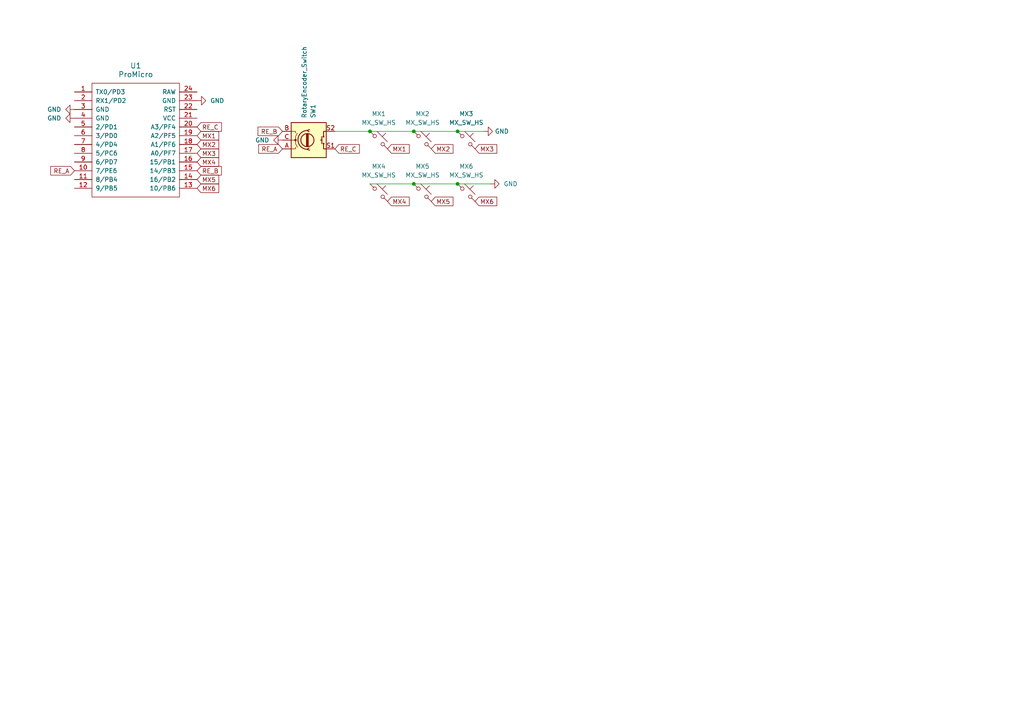
<source format=kicad_sch>
(kicad_sch (version 20230121) (generator eeschema)
  (paper "A4")
  (lib_symbols
    (symbol "Device:RotaryEncoder_Switch" (pin_names (offset 0.254) hide)
      (property "Reference" "SW" (at 0 6.604 0))
      (property "Value" "RotaryEncoder_Switch" (at 0 -6.604 0))
      (symbol "RotaryEncoder_Switch_0_1"
        (rectangle (start -5.08 5.08) (end 5.08 -5.08) (stroke (width 0.254)) (fill (type background)))
        (circle (center -3.81 0) (radius 0.254) (fill (type outline)))
        (circle (center -0.381 0) (radius 1.905) (stroke (width 0.254)))
        (arc (start -0.381 2.667) (mid -3.0988 -0.0635) (end -0.381 -2.794) (stroke (width 0.254)))
        (polyline (pts (xy -0.635 -1.778) (xy -0.635 1.778)) (stroke (width 0.254)))
        (polyline (pts (xy -0.381 -1.778) (xy -0.381 1.778)) (stroke (width 0.254)))
        (polyline (pts (xy -0.127 1.778) (xy -0.127 -1.778)) (stroke (width 0.254)))
        (polyline (pts (xy 3.81 0) (xy 3.429 0)) (stroke (width 0.254)))
        (polyline (pts (xy 3.81 1.016) (xy 3.81 -1.016)) (stroke (width 0.254)))
        (polyline (pts (xy -5.08 -2.54) (xy -3.81 -2.54) (xy -3.81 -2.032)))
        (polyline (pts (xy -5.08 2.54) (xy -3.81 2.54) (xy -3.81 2.032)))
        (polyline (pts (xy 0.254 -3.048) (xy -0.508 -2.794) (xy 0.127 -2.413)) (stroke (width 0.254)))
        (polyline (pts (xy 0.254 2.921) (xy -0.508 2.667) (xy 0.127 2.286)) (stroke (width 0.254)))
        (polyline (pts (xy 5.08 -2.54) (xy 4.318 -2.54) (xy 4.318 -1.016)) (stroke (width 0.254)))
        (polyline (pts (xy 5.08 2.54) (xy 4.318 2.54) (xy 4.318 1.016)) (stroke (width 0.254)))
        (polyline (pts (xy -5.08 0) (xy -3.81 0) (xy -3.81 -1.016) (xy -3.302 -2.032)))
        (polyline (pts (xy -4.318 0) (xy -3.81 0) (xy -3.81 1.016) (xy -3.302 2.032)))
        (circle (center 4.318 -1.016) (radius 0.127) (stroke (width 0.254)))
        (circle (center 4.318 1.016) (radius 0.127) (stroke (width 0.254)))
      )
      (symbol "RotaryEncoder_Switch_1_1"
        (pin passive line (at -7.62 2.54 0) (length 2.54) (name "A") (number "A"))
        (pin passive line (at -7.62 -2.54 0) (length 2.54) (name "B") (number "B"))
        (pin passive line (at -7.62 0 0) (length 2.54) (name "C") (number "C"))
        (pin passive line (at 7.62 2.54 180) (length 2.54) (name "S1") (number "S1"))
        (pin passive line (at 7.62 -2.54 180) (length 2.54) (name "S2") (number "S2"))
      )
    )
    (symbol "PCM_marbastlib-mx:MX_SW_HS" (pin_numbers hide) (pin_names (offset 1.016) hide)
      (property "Reference" "MX" (at 3.048 1.016 0))
      (property "Value" "MX_SW_HS" (at 0 -3.81 0))
      (symbol "MX_SW_HS_0_1"
        (circle (center -1.1684 1.1684) (radius 0.508))
        (polyline (pts (xy -0.508 2.54) (xy 2.54 -0.508)))
        (polyline (pts (xy 1.016 1.016) (xy 2.032 2.032)))
        (polyline (pts (xy -2.54 2.54) (xy -1.524 1.524) (xy -1.524 1.524)))
        (polyline (pts (xy 1.524 -1.524) (xy 2.54 -2.54) (xy 2.54 -2.54) (xy 2.54 -2.54)))
        (circle (center 1.143 -1.1938) (radius 0.508))
        (pin passive line (at -2.54 2.54 0) (length 0) (name "1") (number "1"))
        (pin passive line (at 2.54 -2.54 180) (length 0) (name "2") (number "2"))
      )
    )
    (symbol "keebio:ProMicro" (pin_names (offset 1.016))
      (property "Reference" "U" (at 0 0 0))
      (property "Value" "ProMicro" (at 0 -19.05 0))
      (symbol "ProMicro_0_1"
        (rectangle (start -12.7 -16.51) (end 12.7 16.51))
      )
      (symbol "ProMicro_1_1"
        (pin input line (at -17.78 13.97 0) (length 5.08) (name "TX0/PD3") (number "1"))
        (pin input line (at -17.78 -8.89 0) (length 5.08) (name "7/PE6") (number "10"))
        (pin input line (at -17.78 -11.43 0) (length 5.08) (name "8/PB4") (number "11"))
        (pin input line (at -17.78 -13.97 0) (length 5.08) (name "9/PB5") (number "12"))
        (pin input line (at 17.78 -13.97 180) (length 5.08) (name "10/PB6") (number "13"))
        (pin input line (at 17.78 -11.43 180) (length 5.08) (name "16/PB2") (number "14"))
        (pin input line (at 17.78 -8.89 180) (length 5.08) (name "14/PB3") (number "15"))
        (pin input line (at 17.78 -6.35 180) (length 5.08) (name "15/PB1") (number "16"))
        (pin input line (at 17.78 -3.81 180) (length 5.08) (name "A0/PF7") (number "17"))
        (pin input line (at 17.78 -1.27 180) (length 5.08) (name "A1/PF6") (number "18"))
        (pin input line (at 17.78 1.27 180) (length 5.08) (name "A2/PF5") (number "19"))
        (pin input line (at -17.78 11.43 0) (length 5.08) (name "RX1/PD2") (number "2"))
        (pin input line (at 17.78 3.81 180) (length 5.08) (name "A3/PF4") (number "20"))
        (pin input line (at 17.78 6.35 180) (length 5.08) (name "VCC") (number "21"))
        (pin input line (at 17.78 8.89 180) (length 5.08) (name "RST") (number "22"))
        (pin input line (at 17.78 11.43 180) (length 5.08) (name "GND") (number "23"))
        (pin input line (at 17.78 13.97 180) (length 5.08) (name "RAW") (number "24"))
        (pin input line (at -17.78 8.89 0) (length 5.08) (name "GND") (number "3"))
        (pin input line (at -17.78 6.35 0) (length 5.08) (name "GND") (number "4"))
        (pin input line (at -17.78 3.81 0) (length 5.08) (name "2/PD1") (number "5"))
        (pin input line (at -17.78 1.27 0) (length 5.08) (name "3/PD0") (number "6"))
        (pin input line (at -17.78 -1.27 0) (length 5.08) (name "4/PD4") (number "7"))
        (pin input line (at -17.78 -3.81 0) (length 5.08) (name "5/PC6") (number "8"))
        (pin input line (at -17.78 -6.35 0) (length 5.08) (name "6/PD7") (number "9"))
      )
    )
    (symbol "power:GND" (power) (pin_names (offset 0))
      (property "Value" "GND" (at 0 -3.81 0))
      (symbol "GND_0_1"
        (polyline (pts (xy 0 0) (xy 0 -1.27) (xy 1.27 -1.27) (xy 0 -2.54) (xy -1.27 -1.27) (xy 0 -1.27)))
      )
      (symbol "GND_1_1"
        (pin power_in line (at 0 0 270) (length 0) hide (name "GND") (number "1"))
      )
    )
  )
  (junction (at 132.715 38.1))
  (junction (at 120.015 53.34))
  (junction (at 132.715 53.34))
  (junction (at 107.315 38.1))
  (junction (at 120.015 38.1))
  (wire (pts (xy 120.015 53.34) (xy 132.715 53.34)))
  (wire (pts (xy 97.155 38.1) (xy 107.315 38.1)))
  (wire (pts (xy 107.315 38.1) (xy 120.015 38.1)))
  (wire (pts (xy 120.015 38.1) (xy 132.715 38.1)))
  (wire (pts (xy 107.315 53.34) (xy 120.015 53.34)))
  (wire (pts (xy 132.715 38.1) (xy 140.335 38.1)))
  (wire (pts (xy 132.715 53.34) (xy 142.24 53.34)))
  (global_label "RE_C" (shape input) (at 97.155 43.18 0) (property "Intersheetrefs" "${INTERSHEET_REFS}" (effects hide)))
  (global_label "MX1" (shape input) (at 112.395 43.18 0) (property "Intersheetrefs" "${INTERSHEET_REFS}" (effects hide)))
  (global_label "MX1" (shape input) (at 57.15 39.37 0) (property "Intersheetrefs" "${INTERSHEET_REFS}" (effects hide)))
  (global_label "RE_B" (shape input) (at 57.15 49.53 0) (property "Intersheetrefs" "${INTERSHEET_REFS}" (effects hide)))
  (global_label "RE_B" (shape input) (at 81.915 38.1 180) (property "Intersheetrefs" "${INTERSHEET_REFS}" (effects hide)))
  (global_label "MX2" (shape input) (at 57.15 41.91 0) (property "Intersheetrefs" "${INTERSHEET_REFS}" (effects hide)))
  (global_label "MX2" (shape input) (at 125.095 43.18 0) (property "Intersheetrefs" "${INTERSHEET_REFS}" (effects hide)))
  (global_label "MX3" (shape input) (at 137.795 43.18 0) (property "Intersheetrefs" "${INTERSHEET_REFS}" (effects hide)))
  (global_label "MX4" (shape input) (at 112.395 58.42 0) (property "Intersheetrefs" "${INTERSHEET_REFS}" (effects hide)))
  (global_label "RE_A" (shape input) (at 21.59 49.53 180) (property "Intersheetrefs" "${INTERSHEET_REFS}" (effects hide)))
  (global_label "MX5" (shape input) (at 57.15 52.07 0) (property "Intersheetrefs" "${INTERSHEET_REFS}" (effects hide)))
  (global_label "RE_C" (shape input) (at 57.15 36.83 0) (property "Intersheetrefs" "${INTERSHEET_REFS}" (effects hide)))
  (global_label "MX6" (shape input) (at 57.15 54.61 0) (property "Intersheetrefs" "${INTERSHEET_REFS}" (effects hide)))
  (global_label "RE_A" (shape input) (at 81.915 43.18 180) (property "Intersheetrefs" "${INTERSHEET_REFS}" (effects hide)))
  (global_label "MX4" (shape input) (at 57.15 46.99 0) (property "Intersheetrefs" "${INTERSHEET_REFS}" (effects hide)))
  (global_label "MX3" (shape input) (at 57.15 44.45 0) (property "Intersheetrefs" "${INTERSHEET_REFS}" (effects hide)))
  (global_label "MX6" (shape input) (at 137.795 58.42 0) (property "Intersheetrefs" "${INTERSHEET_REFS}" (effects hide)))
  (global_label "MX5" (shape input) (at 125.095 58.42 0) (property "Intersheetrefs" "${INTERSHEET_REFS}" (effects hide)))
  (symbol (lib_id "Device:RotaryEncoder_Switch") (at 89.535 40.64 0) (mirror x) (unit 1)
    (property "Reference" "SW1" (at 90.805 34.29 90) (effects (justify right)))
    (property "Value" "RotaryEncoder_Switch" (at 88.265 34.29 90) (effects (justify right)))
    (property "Footprint" "Keebio-Parts.pretty-master:RotaryEncoder_EC11" (effects hide))
  )
  (symbol (lib_id "PCM_marbastlib-mx:MX_SW_HS") (at 109.855 55.88 0) (unit 1)
    (property "Reference" "MX4" (at 109.855 48.26 0))
    (property "Value" "MX_SW_HS" (at 109.855 50.8 0))
    (property "Footprint" "PCM_marbastlib-mx:SW_MX_HS_1u" (effects hide))
  )
  (symbol (lib_id "power:GND") (at 21.59 31.75 270) (unit 1)
    (property "Reference" "#PWR04" (effects hide))
    (property "Value" "GND" (at 17.78 31.75 90) (effects (justify right)))
  )
  (symbol (lib_id "power:GND") (at 81.915 40.64 270) (unit 1)
    (property "Reference" "#PWR06" (effects hide))
    (property "Value" "GND" (at 78.105 40.64 90) (effects (justify right)))
  )
  (symbol (lib_id "PCM_marbastlib-mx:MX_SW_HS") (at 122.555 55.88 0) (unit 1)
    (property "Reference" "MX5" (at 122.555 48.26 0))
    (property "Value" "MX_SW_HS" (at 122.555 50.8 0))
    (property "Footprint" "PCM_marbastlib-mx:SW_MX_HS_1u" (effects hide))
  )
  (symbol (lib_id "power:GND") (at 21.59 34.29 270) (unit 1)
    (property "Reference" "#PWR05" (effects hide))
    (property "Value" "GND" (at 17.78 34.29 90) (effects (justify right)))
  )
  (symbol (lib_id "PCM_marbastlib-mx:MX_SW_HS") (at 109.855 40.64 0) (unit 1)
    (property "Reference" "MX1" (at 109.855 33.02 0))
    (property "Value" "MX_SW_HS" (at 109.855 35.56 0))
    (property "Footprint" "PCM_marbastlib-mx:SW_MX_HS_1u" (effects hide))
  )
  (symbol (lib_id "PCM_marbastlib-mx:MX_SW_HS") (at 122.555 40.64 0) (unit 1)
    (property "Reference" "MX2" (at 122.555 33.02 0))
    (property "Value" "MX_SW_HS" (at 122.555 35.56 0))
    (property "Footprint" "PCM_marbastlib-mx:SW_MX_HS_1u" (effects hide))
  )
  (symbol (lib_id "keebio:ProMicro") (at 39.37 40.64 0) (unit 1)
    (property "Reference" "U1" (at 39.37 19.05 0) (effects (font (size 1.524 1.524))))
    (property "Value" "ProMicro" (at 39.37 21.59 0) (effects (font (size 1.524 1.524))))
    (property "Footprint" "Keebio-Parts.pretty-master:ArduinoProMicro" (effects hide))
  )
  (symbol (lib_id "PCM_marbastlib-mx:MX_SW_HS") (at 135.255 40.64 0) (unit 1)
    (property "Reference" "MX3" (at 135.255 33.02 0))
    (property "Value" "MX_SW_HS" (at 135.255 35.56 0))
    (property "Footprint" "PCM_marbastlib-mx:SW_MX_HS_1u" (effects hide))
  )
  (symbol (lib_id "power:GND") (at 142.24 53.34 90) (unit 1)
    (property "Reference" "#PWR01" (effects hide))
    (property "Value" "GND" (at 146.05 53.34 90) (effects (justify right)))
  )
  (symbol (lib_id "power:GND") (at 57.15 29.21 90) (unit 1)
    (property "Reference" "#PWR03" (effects hide))
    (property "Value" "GND" (at 60.96 29.21 90) (effects (justify right)))
  )
  (symbol (lib_id "PCM_marbastlib-mx:MX_SW_HS") (at 135.255 55.88 0) (unit 1)
    (property "Reference" "MX6" (at 135.255 48.26 0))
    (property "Value" "MX_SW_HS" (at 135.255 50.8 0))
    (property "Footprint" "PCM_marbastlib-mx:SW_MX_HS_1u" (effects hide))
  )
  (symbol (lib_id "power:GND") (at 140.335 38.1 90) (unit 1)
    (property "Reference" "#PWR02" (effects hide))
    (property "Value" "GND" (at 143.51 38.1 90) (effects (justify right)))
  )
)
</source>
